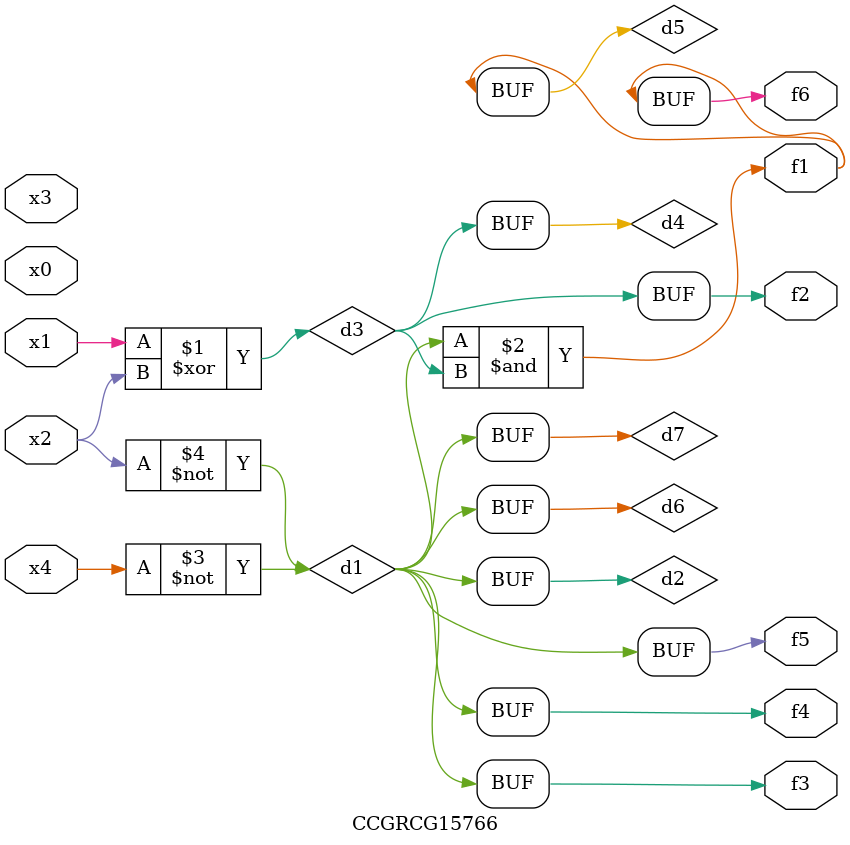
<source format=v>
module CCGRCG15766(
	input x0, x1, x2, x3, x4,
	output f1, f2, f3, f4, f5, f6
);

	wire d1, d2, d3, d4, d5, d6, d7;

	not (d1, x4);
	not (d2, x2);
	xor (d3, x1, x2);
	buf (d4, d3);
	and (d5, d1, d3);
	buf (d6, d1, d2);
	buf (d7, d2);
	assign f1 = d5;
	assign f2 = d4;
	assign f3 = d7;
	assign f4 = d7;
	assign f5 = d7;
	assign f6 = d5;
endmodule

</source>
